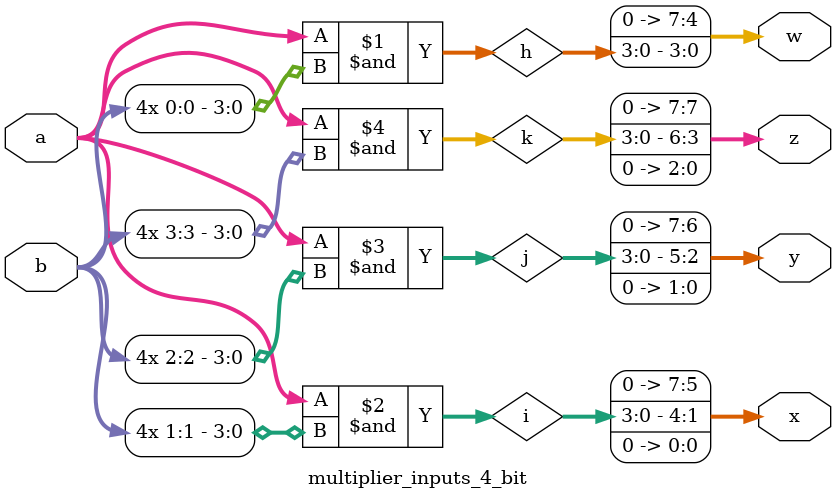
<source format=sv>
module multiplier_4_bit(
	input logic [3:0] a, b,
	output logic [7:0] z);
	
	logic [7:0] in0, in1, in2, in3;
	
	multiplier_inputs_4_bit inputs (a[3:0],b[3:0],in0[7:0],in1[7:0],in2[7:0],in3[7:0]);
	
	logic [7:0] p,g;
	
	//need to ask about whether carries should be included
	
	adder8Bit add0 (in0[7:0],in1[7:0],0,g[7:0],0);
	adder8Bit add1 (in2[7:0],in3[7:0],0,p[7:0],0);
	adder8Bit add2 (g[7:0],p[7:0],0,z[7:0],0);
	
	
	
endmodule

module multiplier_inputs_4_bit	(
	input logic [3:0] a, b,
	output logic [7:0] w, x, y, z);

	logic [3:0] h,i,j,k;
	
	assign h = a & {4{b[0]}};
	assign w = {4'd0, h[3:0]};

	assign i = a & {4{b[1]}};
	assign x = {3'd0,i[3:0],1'd0};
	
	assign j = a & {4{b[2]}};
	assign y = {2'd0,j[3:0],2'd0};
	
	assign k = a & {4{b[3]}};
	assign z = {1'd0,k[3:0],3'd0};
	
endmodule	
</source>
